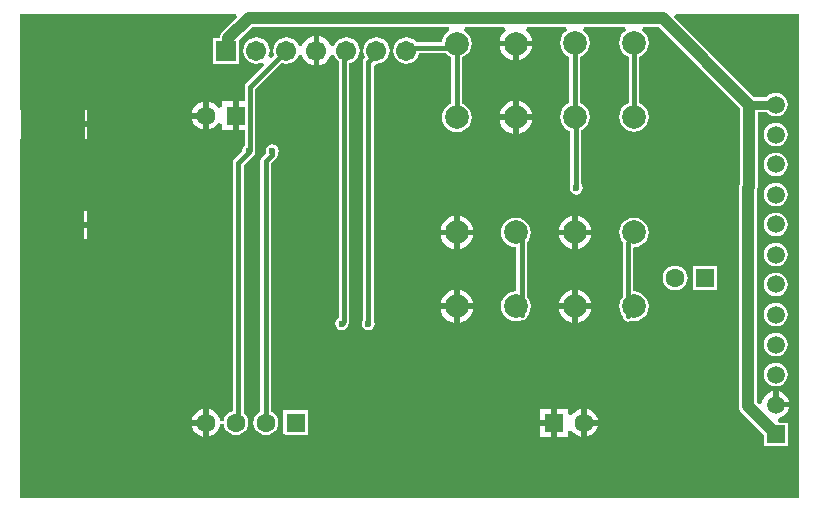
<source format=gbl>
G04*
G04 #@! TF.GenerationSoftware,Altium Limited,Altium Designer,23.0.1 (38)*
G04*
G04 Layer_Physical_Order=2*
G04 Layer_Color=16711680*
%FSLAX42Y42*%
%MOMM*%
G71*
G04*
G04 #@! TF.SameCoordinates,95CDDE1D-1A7E-4F85-AF55-DDA07DA04742*
G04*
G04*
G04 #@! TF.FilePolarity,Positive*
G04*
G01*
G75*
%ADD11C,0.20*%
%ADD19R,4.90X1.60*%
%ADD37C,0.40*%
%ADD38C,0.80*%
%ADD43C,1.71*%
%ADD44R,1.71X1.71*%
%ADD45R,1.50X1.50*%
%ADD46C,1.50*%
%ADD47C,2.00*%
%ADD48R,1.60X1.60*%
%ADD49C,1.60*%
%ADD50C,0.60*%
%ADD51C,1.00*%
%ADD52R,5.53X2.50*%
%ADD53R,5.51X2.53*%
G36*
X6649Y51D02*
X51D01*
Y2242D01*
X308D01*
Y2362D01*
Y2482D01*
X51D01*
Y3092D01*
X308D01*
Y3212D01*
Y3333D01*
X51D01*
Y4149D01*
X1878D01*
X1889Y4121D01*
X1763Y3995D01*
X1751Y3979D01*
X1743Y3961D01*
X1742Y3948D01*
X1690D01*
Y3727D01*
X1910D01*
Y3929D01*
X2019Y4037D01*
X3681D01*
X3687Y4007D01*
X3687Y4007D01*
X3661Y3987D01*
X3641Y3961D01*
X3628Y3930D01*
X3625Y3908D01*
X3409D01*
X3403Y3916D01*
X3380Y3934D01*
X3353Y3945D01*
X3324Y3949D01*
X3295Y3945D01*
X3268Y3934D01*
X3245Y3916D01*
X3227Y3893D01*
X3216Y3866D01*
X3213Y3838D01*
X3216Y3809D01*
X3227Y3782D01*
X3245Y3759D01*
X3268Y3741D01*
X3295Y3730D01*
X3324Y3726D01*
X3353Y3730D01*
X3380Y3741D01*
X3403Y3759D01*
X3421Y3782D01*
X3432Y3809D01*
X3433Y3817D01*
X3655D01*
X3661Y3808D01*
X3687Y3788D01*
X3704Y3781D01*
Y3389D01*
X3687Y3382D01*
X3661Y3362D01*
X3641Y3336D01*
X3628Y3305D01*
X3624Y3272D01*
X3628Y3240D01*
X3641Y3209D01*
X3661Y3183D01*
X3687Y3163D01*
X3717Y3151D01*
X3750Y3146D01*
X3783Y3151D01*
X3813Y3163D01*
X3839Y3183D01*
X3859Y3209D01*
X3872Y3240D01*
X3876Y3272D01*
X3872Y3305D01*
X3859Y3336D01*
X3839Y3362D01*
X3813Y3382D01*
X3796Y3389D01*
Y3781D01*
X3813Y3788D01*
X3839Y3808D01*
X3859Y3834D01*
X3872Y3865D01*
X3876Y3897D01*
X3872Y3930D01*
X3859Y3961D01*
X3839Y3987D01*
X3813Y4007D01*
X3813Y4007D01*
X3819Y4037D01*
X4152D01*
X4163Y4007D01*
X4150Y3997D01*
X4128Y3968D01*
X4114Y3934D01*
X4112Y3922D01*
X4250D01*
X4388D01*
X4386Y3934D01*
X4372Y3968D01*
X4350Y3997D01*
X4337Y4007D01*
X4348Y4037D01*
X4673D01*
X4674Y4034D01*
X4681Y4007D01*
X4661Y3992D01*
X4641Y3966D01*
X4628Y3935D01*
X4624Y3903D01*
X4628Y3870D01*
X4641Y3839D01*
X4661Y3813D01*
X4687Y3793D01*
X4704Y3786D01*
Y3394D01*
X4687Y3387D01*
X4661Y3367D01*
X4641Y3341D01*
X4628Y3310D01*
X4624Y3278D01*
X4628Y3245D01*
X4641Y3214D01*
X4661Y3188D01*
X4687Y3168D01*
X4710Y3159D01*
Y2695D01*
X4706Y2675D01*
X4711Y2654D01*
X4723Y2635D01*
X4741Y2623D01*
X4762Y2619D01*
X4784Y2623D01*
X4802Y2635D01*
X4814Y2654D01*
X4819Y2675D01*
X4814Y2696D01*
X4802Y2715D01*
X4802Y2715D01*
Y3164D01*
X4813Y3168D01*
X4839Y3188D01*
X4859Y3214D01*
X4872Y3245D01*
X4876Y3278D01*
X4872Y3310D01*
X4859Y3341D01*
X4839Y3367D01*
X4813Y3387D01*
X4796Y3394D01*
Y3786D01*
X4813Y3793D01*
X4839Y3813D01*
X4859Y3839D01*
X4872Y3870D01*
X4876Y3903D01*
X4872Y3935D01*
X4859Y3966D01*
X4839Y3992D01*
X4819Y4007D01*
X4826Y4034D01*
X4827Y4037D01*
X5173D01*
X5174Y4034D01*
X5181Y4007D01*
X5161Y3992D01*
X5141Y3966D01*
X5128Y3935D01*
X5124Y3903D01*
X5128Y3870D01*
X5141Y3839D01*
X5161Y3813D01*
X5187Y3793D01*
X5204Y3786D01*
Y3394D01*
X5187Y3387D01*
X5161Y3367D01*
X5141Y3341D01*
X5128Y3310D01*
X5124Y3278D01*
X5128Y3245D01*
X5141Y3214D01*
X5161Y3188D01*
X5187Y3168D01*
X5217Y3156D01*
X5250Y3151D01*
X5283Y3156D01*
X5313Y3168D01*
X5339Y3188D01*
X5359Y3214D01*
X5372Y3245D01*
X5376Y3278D01*
X5372Y3310D01*
X5359Y3341D01*
X5339Y3367D01*
X5313Y3387D01*
X5296Y3394D01*
Y3786D01*
X5313Y3793D01*
X5339Y3813D01*
X5359Y3839D01*
X5372Y3870D01*
X5376Y3903D01*
X5372Y3935D01*
X5359Y3966D01*
X5339Y3992D01*
X5319Y4007D01*
X5326Y4034D01*
X5327Y4037D01*
X5463D01*
X6149Y3350D01*
Y2740D01*
X6149Y2740D01*
X6146Y2720D01*
Y2711D01*
X6139Y2695D01*
X6137Y2675D01*
Y2125D01*
Y825D01*
X6139Y805D01*
X6147Y787D01*
X6159Y772D01*
X6350Y581D01*
Y488D01*
X6550D01*
Y688D01*
X6475D01*
X6474Y688D01*
X6468Y698D01*
X6479Y728D01*
X6482Y730D01*
X6508Y741D01*
X6532Y759D01*
X6550Y784D01*
X6562Y811D01*
X6563Y816D01*
X6450D01*
Y841D01*
X6425D01*
Y954D01*
X6420Y954D01*
X6392Y942D01*
X6368Y924D01*
X6350Y899D01*
X6338Y872D01*
X6336Y855D01*
X6309Y843D01*
X6303Y847D01*
X6288Y862D01*
Y2125D01*
Y2648D01*
X6295Y2665D01*
X6298Y2685D01*
Y2702D01*
X6298Y2703D01*
X6301Y2723D01*
Y3316D01*
X6374D01*
X6379Y3310D01*
X6400Y3294D01*
X6424Y3284D01*
X6450Y3281D01*
X6476Y3284D01*
X6500Y3294D01*
X6521Y3310D01*
X6537Y3331D01*
X6547Y3355D01*
X6551Y3381D01*
X6547Y3408D01*
X6537Y3432D01*
X6521Y3453D01*
X6500Y3469D01*
X6476Y3479D01*
X6450Y3482D01*
X6424Y3479D01*
X6400Y3469D01*
X6379Y3453D01*
X6374Y3447D01*
X6266D01*
X5592Y4121D01*
X5604Y4149D01*
X6649D01*
Y51D01*
D02*
G37*
%LPC*%
G36*
X2537Y3961D02*
X2529Y3960D01*
X2499Y3947D01*
X2472Y3927D01*
X2452Y3901D01*
X2443Y3878D01*
X2416Y3876D01*
X2411Y3877D01*
X2405Y3893D01*
X2387Y3916D01*
X2364Y3934D01*
X2337Y3945D01*
X2308Y3949D01*
X2279Y3945D01*
X2252Y3934D01*
X2229Y3916D01*
X2211Y3893D01*
X2200Y3866D01*
X2197Y3838D01*
X2200Y3809D01*
X2204Y3799D01*
X2180Y3774D01*
X2154Y3791D01*
X2162Y3809D01*
X2165Y3838D01*
X2162Y3866D01*
X2151Y3893D01*
X2133Y3916D01*
X2110Y3934D01*
X2083Y3945D01*
X2054Y3949D01*
X2025Y3945D01*
X1998Y3934D01*
X1975Y3916D01*
X1957Y3893D01*
X1946Y3866D01*
X1943Y3838D01*
X1946Y3809D01*
X1957Y3782D01*
X1975Y3759D01*
X1998Y3741D01*
X2025Y3730D01*
X2054Y3726D01*
X2083Y3730D01*
X2100Y3737D01*
X2117Y3712D01*
X1967Y3561D01*
X1957Y3546D01*
X1953Y3528D01*
Y3408D01*
X1904D01*
Y3287D01*
Y3167D01*
X1953D01*
Y3031D01*
X1948Y3027D01*
X1936Y3009D01*
X1931Y2988D01*
X1932Y2983D01*
X1867Y2917D01*
X1857Y2903D01*
X1853Y2885D01*
Y790D01*
X1852Y790D01*
X1826Y779D01*
X1804Y762D01*
X1787Y740D01*
X1777Y715D01*
X1775Y705D01*
X1775Y700D01*
X1744D01*
X1744Y705D01*
X1742Y719D01*
X1730Y748D01*
X1711Y773D01*
X1686Y792D01*
X1656Y804D01*
X1650Y805D01*
Y688D01*
Y570D01*
X1656Y571D01*
X1686Y583D01*
X1711Y602D01*
X1730Y627D01*
X1742Y656D01*
X1744Y670D01*
X1744Y675D01*
X1775D01*
X1775Y670D01*
X1777Y660D01*
X1787Y635D01*
X1804Y613D01*
X1826Y596D01*
X1852Y585D01*
X1879Y582D01*
X1906Y585D01*
X1932Y596D01*
X1954Y613D01*
X1971Y635D01*
X1981Y660D01*
X1985Y688D01*
X1981Y715D01*
X1971Y740D01*
X1954Y762D01*
X1945Y769D01*
Y2866D01*
X2022Y2943D01*
X2024Y2946D01*
X2027Y2948D01*
X2039Y2966D01*
X2044Y2988D01*
X2044Y2988D01*
X2045Y2994D01*
Y3509D01*
X2269Y3734D01*
X2279Y3730D01*
X2308Y3726D01*
X2337Y3730D01*
X2364Y3741D01*
X2387Y3759D01*
X2405Y3782D01*
X2411Y3798D01*
X2416Y3799D01*
X2443Y3797D01*
X2452Y3774D01*
X2472Y3748D01*
X2499Y3728D01*
X2529Y3715D01*
X2537Y3714D01*
Y3838D01*
Y3961D01*
D02*
G37*
G36*
X4225Y3873D02*
X4112D01*
X4114Y3861D01*
X4128Y3827D01*
X4150Y3798D01*
X4179Y3775D01*
X4213Y3761D01*
X4225Y3760D01*
Y3873D01*
D02*
G37*
G36*
X4388D02*
X4275D01*
Y3760D01*
X4287Y3761D01*
X4321Y3775D01*
X4350Y3798D01*
X4372Y3827D01*
X4386Y3861D01*
X4388Y3873D01*
D02*
G37*
G36*
X1854Y3408D02*
X1759D01*
Y3357D01*
X1732Y3349D01*
X1729Y3349D01*
X1711Y3373D01*
X1686Y3392D01*
X1656Y3404D01*
X1650Y3405D01*
Y3287D01*
Y3170D01*
X1656Y3171D01*
X1686Y3183D01*
X1711Y3202D01*
X1729Y3226D01*
X1732Y3226D01*
X1759Y3218D01*
Y3167D01*
X1854D01*
Y3287D01*
Y3408D01*
D02*
G37*
G36*
X1600Y3405D02*
X1594Y3404D01*
X1564Y3392D01*
X1539Y3373D01*
X1520Y3348D01*
X1508Y3319D01*
X1507Y3312D01*
X1600D01*
Y3405D01*
D02*
G37*
G36*
X4275Y3410D02*
Y3298D01*
X4388D01*
X4386Y3309D01*
X4372Y3343D01*
X4350Y3372D01*
X4321Y3395D01*
X4287Y3409D01*
X4275Y3410D01*
D02*
G37*
G36*
X4225D02*
X4213Y3409D01*
X4179Y3395D01*
X4150Y3372D01*
X4128Y3343D01*
X4114Y3309D01*
X4112Y3298D01*
X4225D01*
Y3410D01*
D02*
G37*
G36*
X618Y3333D02*
X358D01*
Y3238D01*
X618D01*
Y3333D01*
D02*
G37*
G36*
X1600Y3262D02*
X1507D01*
X1508Y3256D01*
X1520Y3227D01*
X1539Y3202D01*
X1564Y3183D01*
X1594Y3171D01*
X1600Y3170D01*
Y3262D01*
D02*
G37*
G36*
X4388Y3248D02*
X4275D01*
Y3135D01*
X4287Y3136D01*
X4321Y3150D01*
X4350Y3173D01*
X4372Y3202D01*
X4386Y3236D01*
X4388Y3248D01*
D02*
G37*
G36*
X4225D02*
X4112D01*
X4114Y3236D01*
X4128Y3202D01*
X4150Y3173D01*
X4179Y3150D01*
X4213Y3136D01*
X4225Y3135D01*
Y3248D01*
D02*
G37*
G36*
X618Y3188D02*
X358D01*
Y3092D01*
X618D01*
Y3188D01*
D02*
G37*
G36*
X6450Y3228D02*
X6424Y3225D01*
X6400Y3215D01*
X6379Y3199D01*
X6363Y3178D01*
X6353Y3154D01*
X6349Y3127D01*
X6353Y3101D01*
X6363Y3077D01*
X6379Y3056D01*
X6400Y3040D01*
X6424Y3030D01*
X6450Y3027D01*
X6476Y3030D01*
X6500Y3040D01*
X6521Y3056D01*
X6537Y3077D01*
X6547Y3101D01*
X6551Y3127D01*
X6547Y3154D01*
X6537Y3178D01*
X6521Y3199D01*
X6500Y3215D01*
X6476Y3225D01*
X6450Y3228D01*
D02*
G37*
G36*
Y2974D02*
X6424Y2971D01*
X6400Y2961D01*
X6379Y2945D01*
X6363Y2924D01*
X6353Y2900D01*
X6349Y2874D01*
X6353Y2847D01*
X6363Y2823D01*
X6379Y2802D01*
X6400Y2786D01*
X6424Y2776D01*
X6450Y2773D01*
X6476Y2776D01*
X6500Y2786D01*
X6521Y2802D01*
X6537Y2823D01*
X6547Y2847D01*
X6551Y2874D01*
X6547Y2900D01*
X6537Y2924D01*
X6521Y2945D01*
X6500Y2961D01*
X6476Y2971D01*
X6450Y2974D01*
D02*
G37*
G36*
Y2720D02*
X6424Y2717D01*
X6400Y2707D01*
X6379Y2691D01*
X6363Y2670D01*
X6353Y2646D01*
X6349Y2619D01*
X6353Y2593D01*
X6363Y2569D01*
X6379Y2548D01*
X6400Y2532D01*
X6424Y2522D01*
X6450Y2519D01*
X6476Y2522D01*
X6500Y2532D01*
X6521Y2548D01*
X6537Y2569D01*
X6547Y2593D01*
X6551Y2619D01*
X6547Y2646D01*
X6537Y2670D01*
X6521Y2691D01*
X6500Y2707D01*
X6476Y2717D01*
X6450Y2720D01*
D02*
G37*
G36*
X618Y2482D02*
X358D01*
Y2388D01*
X618D01*
Y2482D01*
D02*
G37*
G36*
X4775Y2435D02*
Y2323D01*
X4888D01*
X4886Y2334D01*
X4872Y2368D01*
X4850Y2397D01*
X4821Y2420D01*
X4787Y2434D01*
X4775Y2435D01*
D02*
G37*
G36*
X3775D02*
Y2323D01*
X3888D01*
X3886Y2334D01*
X3872Y2368D01*
X3850Y2397D01*
X3821Y2420D01*
X3787Y2434D01*
X3775Y2435D01*
D02*
G37*
G36*
X4725Y2435D02*
X4713Y2434D01*
X4679Y2420D01*
X4650Y2397D01*
X4628Y2368D01*
X4614Y2334D01*
X4612Y2323D01*
X4725D01*
Y2435D01*
D02*
G37*
G36*
X3725D02*
X3713Y2434D01*
X3679Y2420D01*
X3650Y2397D01*
X3628Y2368D01*
X3614Y2334D01*
X3612Y2323D01*
X3725D01*
Y2435D01*
D02*
G37*
G36*
X6450Y2466D02*
X6424Y2463D01*
X6400Y2453D01*
X6379Y2437D01*
X6363Y2416D01*
X6353Y2392D01*
X6349Y2366D01*
X6353Y2339D01*
X6363Y2315D01*
X6379Y2294D01*
X6400Y2278D01*
X6424Y2268D01*
X6450Y2265D01*
X6476Y2268D01*
X6500Y2278D01*
X6521Y2294D01*
X6537Y2315D01*
X6547Y2339D01*
X6551Y2366D01*
X6547Y2392D01*
X6537Y2416D01*
X6521Y2437D01*
X6500Y2453D01*
X6476Y2463D01*
X6450Y2466D01*
D02*
G37*
G36*
X618Y2338D02*
X358D01*
Y2242D01*
X618D01*
Y2338D01*
D02*
G37*
G36*
X4888Y2273D02*
X4775D01*
Y2160D01*
X4787Y2161D01*
X4821Y2175D01*
X4850Y2198D01*
X4872Y2227D01*
X4886Y2261D01*
X4888Y2273D01*
D02*
G37*
G36*
X3888D02*
X3775D01*
Y2160D01*
X3787Y2161D01*
X3821Y2175D01*
X3850Y2198D01*
X3872Y2227D01*
X3886Y2261D01*
X3888Y2273D01*
D02*
G37*
G36*
X4725D02*
X4612D01*
X4614Y2261D01*
X4628Y2227D01*
X4650Y2198D01*
X4679Y2175D01*
X4713Y2161D01*
X4725Y2160D01*
Y2273D01*
D02*
G37*
G36*
X3725D02*
X3612D01*
X3614Y2261D01*
X3628Y2227D01*
X3650Y2198D01*
X3679Y2175D01*
X3713Y2161D01*
X3725Y2160D01*
Y2273D01*
D02*
G37*
G36*
X6450Y2212D02*
X6424Y2209D01*
X6400Y2199D01*
X6379Y2183D01*
X6363Y2162D01*
X6353Y2138D01*
X6349Y2111D01*
X6353Y2085D01*
X6363Y2061D01*
X6379Y2040D01*
X6400Y2024D01*
X6424Y2014D01*
X6450Y2011D01*
X6476Y2014D01*
X6500Y2024D01*
X6521Y2040D01*
X6537Y2061D01*
X6547Y2085D01*
X6551Y2111D01*
X6547Y2138D01*
X6537Y2162D01*
X6521Y2183D01*
X6500Y2199D01*
X6476Y2209D01*
X6450Y2212D01*
D02*
G37*
G36*
X5957Y2017D02*
X5747D01*
Y1808D01*
X5957D01*
Y2017D01*
D02*
G37*
G36*
X5598Y2018D02*
X5571Y2015D01*
X5545Y2004D01*
X5523Y1987D01*
X5506Y1965D01*
X5496Y1940D01*
X5492Y1912D01*
X5496Y1885D01*
X5506Y1860D01*
X5523Y1838D01*
X5545Y1821D01*
X5571Y1810D01*
X5598Y1807D01*
X5625Y1810D01*
X5651Y1821D01*
X5673Y1838D01*
X5690Y1860D01*
X5700Y1885D01*
X5704Y1912D01*
X5700Y1940D01*
X5690Y1965D01*
X5673Y1987D01*
X5651Y2004D01*
X5625Y2015D01*
X5598Y2018D01*
D02*
G37*
G36*
X6450Y1958D02*
X6424Y1955D01*
X6400Y1945D01*
X6379Y1929D01*
X6363Y1908D01*
X6353Y1884D01*
X6349Y1858D01*
X6353Y1831D01*
X6363Y1807D01*
X6379Y1786D01*
X6400Y1770D01*
X6424Y1760D01*
X6450Y1757D01*
X6476Y1760D01*
X6500Y1770D01*
X6521Y1786D01*
X6537Y1807D01*
X6547Y1831D01*
X6551Y1858D01*
X6547Y1884D01*
X6537Y1908D01*
X6521Y1929D01*
X6500Y1945D01*
X6476Y1955D01*
X6450Y1958D01*
D02*
G37*
G36*
X4775Y1810D02*
Y1697D01*
X4888D01*
X4886Y1709D01*
X4872Y1743D01*
X4850Y1772D01*
X4821Y1795D01*
X4787Y1809D01*
X4775Y1810D01*
D02*
G37*
G36*
X3775D02*
Y1697D01*
X3888D01*
X3886Y1709D01*
X3872Y1743D01*
X3850Y1772D01*
X3821Y1795D01*
X3787Y1809D01*
X3775Y1810D01*
D02*
G37*
G36*
X4725Y1810D02*
X4713Y1809D01*
X4679Y1795D01*
X4650Y1772D01*
X4628Y1743D01*
X4614Y1709D01*
X4612Y1697D01*
X4725D01*
Y1810D01*
D02*
G37*
G36*
X3725D02*
X3713Y1809D01*
X3679Y1795D01*
X3650Y1772D01*
X3628Y1743D01*
X3614Y1709D01*
X3612Y1697D01*
X3725D01*
Y1810D01*
D02*
G37*
G36*
X4250Y2424D02*
X4217Y2419D01*
X4187Y2407D01*
X4161Y2387D01*
X4141Y2361D01*
X4128Y2330D01*
X4124Y2298D01*
X4128Y2265D01*
X4141Y2234D01*
X4161Y2208D01*
X4187Y2188D01*
X4217Y2176D01*
X4250Y2171D01*
X4254Y2168D01*
Y1802D01*
X4250Y1799D01*
X4217Y1794D01*
X4187Y1782D01*
X4161Y1762D01*
X4141Y1736D01*
X4128Y1705D01*
X4124Y1673D01*
X4128Y1640D01*
X4141Y1609D01*
X4161Y1583D01*
X4187Y1563D01*
X4217Y1551D01*
X4250Y1546D01*
X4283Y1551D01*
X4294Y1555D01*
X4300Y1554D01*
X4318Y1558D01*
X4332Y1568D01*
X4342Y1582D01*
X4344Y1589D01*
X4359Y1609D01*
X4372Y1640D01*
X4376Y1673D01*
X4372Y1705D01*
X4359Y1736D01*
X4346Y1753D01*
Y2217D01*
X4359Y2234D01*
X4372Y2265D01*
X4376Y2298D01*
X4372Y2330D01*
X4359Y2361D01*
X4339Y2387D01*
X4313Y2407D01*
X4283Y2419D01*
X4250Y2424D01*
D02*
G37*
G36*
X5250D02*
X5217Y2419D01*
X5187Y2407D01*
X5161Y2387D01*
X5141Y2361D01*
X5128Y2330D01*
X5124Y2298D01*
X5128Y2265D01*
X5141Y2234D01*
X5155Y2216D01*
X5154Y2212D01*
Y1753D01*
X5141Y1736D01*
X5128Y1705D01*
X5124Y1673D01*
X5128Y1640D01*
X5141Y1609D01*
X5154Y1592D01*
Y1588D01*
X5158Y1570D01*
X5168Y1555D01*
X5182Y1545D01*
X5200Y1542D01*
X5218Y1545D01*
X5225Y1550D01*
X5250Y1546D01*
X5283Y1551D01*
X5313Y1563D01*
X5339Y1583D01*
X5359Y1609D01*
X5372Y1640D01*
X5376Y1673D01*
X5372Y1705D01*
X5359Y1736D01*
X5339Y1762D01*
X5313Y1782D01*
X5283Y1794D01*
X5250Y1799D01*
X5246Y1802D01*
Y2168D01*
X5250Y2171D01*
X5283Y2176D01*
X5313Y2188D01*
X5339Y2208D01*
X5359Y2234D01*
X5372Y2265D01*
X5376Y2298D01*
X5372Y2330D01*
X5359Y2361D01*
X5339Y2387D01*
X5313Y2407D01*
X5283Y2419D01*
X5250Y2424D01*
D02*
G37*
G36*
X4888Y1647D02*
X4775D01*
Y1535D01*
X4787Y1536D01*
X4821Y1550D01*
X4850Y1573D01*
X4872Y1602D01*
X4886Y1636D01*
X4888Y1647D01*
D02*
G37*
G36*
X3888D02*
X3775D01*
Y1535D01*
X3787Y1536D01*
X3821Y1550D01*
X3850Y1573D01*
X3872Y1602D01*
X3886Y1636D01*
X3888Y1647D01*
D02*
G37*
G36*
X4725D02*
X4612D01*
X4614Y1636D01*
X4628Y1602D01*
X4650Y1573D01*
X4679Y1550D01*
X4713Y1536D01*
X4725Y1535D01*
Y1647D01*
D02*
G37*
G36*
X3725D02*
X3612D01*
X3614Y1636D01*
X3628Y1602D01*
X3650Y1573D01*
X3679Y1550D01*
X3713Y1536D01*
X3725Y1535D01*
Y1647D01*
D02*
G37*
G36*
X6450Y1704D02*
X6424Y1701D01*
X6400Y1691D01*
X6379Y1675D01*
X6363Y1654D01*
X6353Y1630D01*
X6349Y1603D01*
X6353Y1577D01*
X6363Y1553D01*
X6379Y1532D01*
X6400Y1516D01*
X6424Y1506D01*
X6450Y1503D01*
X6476Y1506D01*
X6500Y1516D01*
X6521Y1532D01*
X6537Y1553D01*
X6547Y1577D01*
X6551Y1603D01*
X6547Y1630D01*
X6537Y1654D01*
X6521Y1675D01*
X6500Y1691D01*
X6476Y1701D01*
X6450Y1704D01*
D02*
G37*
G36*
X3070Y3949D02*
X3041Y3945D01*
X3014Y3934D01*
X2991Y3916D01*
X2973Y3893D01*
X2962Y3866D01*
X2959Y3838D01*
X2962Y3809D01*
X2973Y3782D01*
X2968Y3777D01*
X2958Y3762D01*
X2954Y3744D01*
Y1555D01*
X2948Y1546D01*
X2944Y1525D01*
X2948Y1504D01*
X2960Y1485D01*
X2979Y1473D01*
X3000Y1469D01*
X3021Y1473D01*
X3040Y1485D01*
X3052Y1504D01*
X3056Y1525D01*
X3052Y1546D01*
X3046Y1555D01*
Y3699D01*
X3070Y3726D01*
X3099Y3730D01*
X3126Y3741D01*
X3149Y3759D01*
X3167Y3782D01*
X3178Y3809D01*
X3181Y3838D01*
X3178Y3866D01*
X3167Y3893D01*
X3149Y3916D01*
X3126Y3934D01*
X3099Y3945D01*
X3070Y3949D01*
D02*
G37*
G36*
X2587Y3961D02*
Y3838D01*
Y3714D01*
X2595Y3715D01*
X2625Y3728D01*
X2652Y3748D01*
X2672Y3774D01*
X2681Y3797D01*
X2708Y3799D01*
X2713Y3798D01*
X2719Y3782D01*
X2737Y3759D01*
X2750Y3749D01*
Y1574D01*
X2735Y1565D01*
X2723Y1546D01*
X2719Y1525D01*
X2723Y1504D01*
X2735Y1485D01*
X2754Y1473D01*
X2775Y1469D01*
X2796Y1473D01*
X2815Y1485D01*
X2827Y1504D01*
X2829Y1515D01*
X2838Y1528D01*
X2841Y1545D01*
Y3729D01*
X2845Y3730D01*
X2872Y3741D01*
X2895Y3759D01*
X2913Y3782D01*
X2924Y3809D01*
X2927Y3838D01*
X2924Y3866D01*
X2913Y3893D01*
X2895Y3916D01*
X2872Y3934D01*
X2845Y3945D01*
X2816Y3949D01*
X2787Y3945D01*
X2760Y3934D01*
X2737Y3916D01*
X2719Y3893D01*
X2713Y3877D01*
X2708Y3876D01*
X2681Y3878D01*
X2672Y3901D01*
X2652Y3927D01*
X2625Y3947D01*
X2595Y3960D01*
X2587Y3961D01*
D02*
G37*
G36*
X6450Y1450D02*
X6424Y1447D01*
X6400Y1437D01*
X6379Y1421D01*
X6363Y1400D01*
X6353Y1376D01*
X6349Y1349D01*
X6353Y1323D01*
X6363Y1299D01*
X6379Y1278D01*
X6400Y1262D01*
X6424Y1252D01*
X6450Y1249D01*
X6476Y1252D01*
X6500Y1262D01*
X6521Y1278D01*
X6537Y1299D01*
X6547Y1323D01*
X6551Y1349D01*
X6547Y1376D01*
X6537Y1400D01*
X6521Y1421D01*
X6500Y1437D01*
X6476Y1447D01*
X6450Y1450D01*
D02*
G37*
G36*
Y1196D02*
X6424Y1193D01*
X6400Y1183D01*
X6379Y1167D01*
X6363Y1146D01*
X6353Y1122D01*
X6349Y1095D01*
X6353Y1069D01*
X6363Y1045D01*
X6379Y1024D01*
X6400Y1008D01*
X6424Y998D01*
X6450Y995D01*
X6476Y998D01*
X6500Y1008D01*
X6521Y1024D01*
X6537Y1045D01*
X6547Y1069D01*
X6551Y1095D01*
X6547Y1122D01*
X6537Y1146D01*
X6521Y1167D01*
X6500Y1183D01*
X6476Y1193D01*
X6450Y1196D01*
D02*
G37*
G36*
X6475Y954D02*
Y866D01*
X6563D01*
X6562Y872D01*
X6550Y899D01*
X6532Y924D01*
X6508Y942D01*
X6480Y954D01*
X6475Y954D01*
D02*
G37*
G36*
X1600Y805D02*
X1594Y804D01*
X1564Y792D01*
X1539Y773D01*
X1520Y748D01*
X1508Y719D01*
X1507Y713D01*
X1600D01*
Y805D01*
D02*
G37*
G36*
X4850Y805D02*
Y712D01*
X4943D01*
X4942Y719D01*
X4930Y748D01*
X4911Y773D01*
X4886Y792D01*
X4856Y804D01*
X4850Y805D01*
D02*
G37*
G36*
X4546Y807D02*
X4451D01*
Y712D01*
X4546D01*
Y807D01*
D02*
G37*
G36*
X2492Y793D02*
X2282D01*
Y582D01*
X2492D01*
Y793D01*
D02*
G37*
G36*
X2188Y3044D02*
X2166Y3039D01*
X2148Y3027D01*
X2136Y3009D01*
X2131Y2988D01*
X2135Y2970D01*
X2101Y2936D01*
X2091Y2921D01*
X2087Y2903D01*
Y782D01*
X2080Y779D01*
X2058Y762D01*
X2041Y740D01*
X2031Y715D01*
X2027Y688D01*
X2031Y660D01*
X2041Y635D01*
X2058Y613D01*
X2080Y596D01*
X2106Y585D01*
X2133Y582D01*
X2160Y585D01*
X2186Y596D01*
X2208Y613D01*
X2225Y635D01*
X2235Y660D01*
X2239Y688D01*
X2235Y715D01*
X2225Y740D01*
X2208Y762D01*
X2186Y779D01*
X2179Y782D01*
Y2884D01*
X2220Y2925D01*
X2230Y2940D01*
X2233Y2957D01*
X2239Y2966D01*
X2244Y2988D01*
X2239Y3009D01*
X2227Y3027D01*
X2209Y3039D01*
X2188Y3044D01*
D02*
G37*
G36*
X4943Y662D02*
X4850D01*
Y570D01*
X4856Y571D01*
X4886Y583D01*
X4911Y602D01*
X4930Y627D01*
X4942Y656D01*
X4943Y662D01*
D02*
G37*
G36*
X4691Y807D02*
X4596D01*
Y688D01*
Y568D01*
X4691D01*
Y618D01*
X4718Y626D01*
X4721Y626D01*
X4739Y602D01*
X4764Y583D01*
X4794Y571D01*
X4800Y570D01*
Y688D01*
Y805D01*
X4794Y804D01*
X4764Y792D01*
X4739Y773D01*
X4721Y749D01*
X4718Y749D01*
X4691Y757D01*
Y807D01*
D02*
G37*
G36*
X1600Y663D02*
X1507D01*
X1508Y656D01*
X1520Y627D01*
X1539Y602D01*
X1564Y583D01*
X1594Y571D01*
X1600Y570D01*
Y663D01*
D02*
G37*
G36*
X4546Y662D02*
X4451D01*
Y568D01*
X4546D01*
Y662D01*
D02*
G37*
%LPD*%
D11*
X1800Y3838D02*
X1816Y3854D01*
D19*
X333Y3212D02*
D03*
Y2362D02*
D03*
D37*
X4756Y2681D02*
Y3271D01*
Y2681D02*
X4762Y2675D01*
X4750Y3278D02*
X4756Y3271D01*
X4750Y3278D02*
Y3903D01*
X4300Y1600D02*
Y2225D01*
X3324Y3838D02*
X3349Y3862D01*
X3672D02*
X3707Y3897D01*
X3349Y3862D02*
X3672D01*
X3707Y3897D02*
X3750D01*
Y3272D02*
Y3897D01*
X5250Y3278D02*
Y3903D01*
X2188Y2958D02*
Y2988D01*
X2133Y2903D02*
X2188Y2958D01*
X2133Y688D02*
Y2903D01*
X1899Y708D02*
Y2885D01*
X1990Y2976D02*
Y2985D01*
X1999Y2994D02*
Y3528D01*
X1990Y2985D02*
X1999Y2994D01*
X1899Y2885D02*
X1990Y2976D01*
X1999Y3528D02*
X2308Y3838D01*
X3000Y3744D02*
X3070Y3814D01*
Y3838D01*
X3000Y1525D02*
Y3744D01*
X2795Y1545D02*
Y3817D01*
X2775Y1525D02*
X2795Y1545D01*
Y3817D02*
X2816Y3838D01*
X5200Y1588D02*
Y2212D01*
X1879Y688D02*
X1899Y708D01*
D38*
X6225Y3381D02*
X6450D01*
D43*
X3324Y3838D02*
D03*
X3070D02*
D03*
X2816D02*
D03*
X2562D02*
D03*
X2308D02*
D03*
X2054D02*
D03*
D44*
X1800D02*
D03*
D45*
X6450Y588D02*
D03*
D46*
Y3381D02*
D03*
Y3127D02*
D03*
Y2874D02*
D03*
Y2619D02*
D03*
Y2366D02*
D03*
Y2111D02*
D03*
Y1858D02*
D03*
Y1603D02*
D03*
Y1349D02*
D03*
Y1095D02*
D03*
Y841D02*
D03*
D47*
X4750Y3903D02*
D03*
Y3278D02*
D03*
X5250Y3903D02*
D03*
Y3278D02*
D03*
X4250Y3272D02*
D03*
Y3897D02*
D03*
X3750Y3272D02*
D03*
Y3897D02*
D03*
X5250Y1673D02*
D03*
Y2298D02*
D03*
X4750Y1673D02*
D03*
Y2298D02*
D03*
X4250Y1673D02*
D03*
Y2298D02*
D03*
X3750Y1673D02*
D03*
Y2298D02*
D03*
D48*
X5852Y1912D02*
D03*
X1879Y3288D02*
D03*
X4571Y688D02*
D03*
X2387Y688D02*
D03*
D49*
X5598Y1912D02*
D03*
X1625Y3288D02*
D03*
X4825Y688D02*
D03*
X2133Y688D02*
D03*
X1625D02*
D03*
X1879D02*
D03*
D50*
X6150Y3813D02*
D03*
Y313D02*
D03*
X6025Y4063D02*
D03*
Y1563D02*
D03*
X5900Y813D02*
D03*
Y313D02*
D03*
X5775Y4063D02*
D03*
X5650Y3813D02*
D03*
X5775Y1563D02*
D03*
X5650Y813D02*
D03*
Y313D02*
D03*
X5400Y3813D02*
D03*
Y2313D02*
D03*
Y1813D02*
D03*
X5525Y1563D02*
D03*
X5400Y813D02*
D03*
Y313D02*
D03*
X5275Y2063D02*
D03*
X5150Y313D02*
D03*
X4900Y3813D02*
D03*
Y3313D02*
D03*
X5025Y2063D02*
D03*
X4900Y1813D02*
D03*
X5025Y1563D02*
D03*
Y563D02*
D03*
X4900Y313D02*
D03*
X4650Y1813D02*
D03*
Y313D02*
D03*
X4400Y3813D02*
D03*
Y2313D02*
D03*
Y1813D02*
D03*
X4525Y1563D02*
D03*
X4400Y313D02*
D03*
X4150Y1813D02*
D03*
X4275Y563D02*
D03*
X4150Y313D02*
D03*
X3900Y3313D02*
D03*
Y1813D02*
D03*
X4025Y1563D02*
D03*
Y563D02*
D03*
X3900Y313D02*
D03*
X3650Y1813D02*
D03*
X3775Y563D02*
D03*
X3650Y313D02*
D03*
X3525Y3563D02*
D03*
X3400Y3313D02*
D03*
Y1813D02*
D03*
X3525Y1063D02*
D03*
Y563D02*
D03*
X3400Y313D02*
D03*
X3275Y3563D02*
D03*
X3150Y3313D02*
D03*
Y1313D02*
D03*
X3275Y1063D02*
D03*
Y563D02*
D03*
X3150Y313D02*
D03*
X2900Y3313D02*
D03*
Y1313D02*
D03*
X3025Y1063D02*
D03*
Y563D02*
D03*
X2900Y313D02*
D03*
X2650Y3313D02*
D03*
X2775Y563D02*
D03*
X2650Y313D02*
D03*
X2525Y3563D02*
D03*
X2400Y3313D02*
D03*
X2525Y1563D02*
D03*
Y563D02*
D03*
X2400Y313D02*
D03*
X2275Y3563D02*
D03*
Y3063D02*
D03*
Y1563D02*
D03*
Y563D02*
D03*
X2150Y313D02*
D03*
X2025Y563D02*
D03*
X1900Y313D02*
D03*
X1650Y3813D02*
D03*
X1775Y3563D02*
D03*
X1650Y2313D02*
D03*
X1775Y2063D02*
D03*
X1650Y1813D02*
D03*
X1775Y563D02*
D03*
X1650Y313D02*
D03*
X1525Y4063D02*
D03*
Y3563D02*
D03*
Y2563D02*
D03*
X1400Y2313D02*
D03*
X1525Y2063D02*
D03*
X1400Y1813D02*
D03*
Y813D02*
D03*
X1525Y563D02*
D03*
X1400Y313D02*
D03*
X1275Y4063D02*
D03*
X1150Y3813D02*
D03*
X1275Y3563D02*
D03*
X1150Y3313D02*
D03*
X1275Y3063D02*
D03*
X1150Y2313D02*
D03*
X1275Y2063D02*
D03*
X1150Y1813D02*
D03*
X1275Y1563D02*
D03*
X1150Y1313D02*
D03*
Y813D02*
D03*
X1275Y563D02*
D03*
X1150Y313D02*
D03*
X1025Y4063D02*
D03*
X900Y3813D02*
D03*
X1025Y3563D02*
D03*
X900Y3313D02*
D03*
X1025Y3063D02*
D03*
X900Y2313D02*
D03*
X1025Y2063D02*
D03*
X900Y1813D02*
D03*
X1025Y1563D02*
D03*
X900Y1313D02*
D03*
X1025Y1063D02*
D03*
X900Y813D02*
D03*
X1025Y563D02*
D03*
X900Y313D02*
D03*
X775Y4063D02*
D03*
X650Y3813D02*
D03*
X775Y3563D02*
D03*
X650Y3313D02*
D03*
Y2313D02*
D03*
X775Y2063D02*
D03*
X650Y1813D02*
D03*
X775Y1563D02*
D03*
X650Y1313D02*
D03*
X775Y1063D02*
D03*
X650Y813D02*
D03*
X775Y563D02*
D03*
X650Y313D02*
D03*
X794Y2645D02*
D03*
X903Y2633D02*
D03*
X1013D02*
D03*
X1123D02*
D03*
X1223Y2586D02*
D03*
X1333Y2582D02*
D03*
X1351Y2943D02*
D03*
X1241Y2943D02*
D03*
X1134Y2916D02*
D03*
X1024D02*
D03*
X505Y2929D02*
D03*
X395D02*
D03*
X285Y2941D02*
D03*
X175Y2943D02*
D03*
X165Y2632D02*
D03*
X275Y2633D02*
D03*
X384Y2646D02*
D03*
X494D02*
D03*
X604D02*
D03*
X714Y2643D02*
D03*
X4762Y2675D02*
D03*
X2188Y2988D02*
D03*
X1988D02*
D03*
X3000Y1525D02*
D03*
X2775D02*
D03*
X6212Y2675D02*
D03*
Y2125D02*
D03*
D51*
X1988Y4112D02*
X5494D01*
X6225Y3381D01*
X6212Y2675D02*
X6222Y2685D01*
Y2720D01*
X6225Y2723D01*
Y3381D01*
X6212Y2125D02*
Y2675D01*
X1816Y3854D02*
Y3941D01*
X1988Y4112D01*
X6212Y825D02*
Y2125D01*
Y825D02*
X6450Y588D01*
D52*
X324Y2362D02*
D03*
D53*
X327Y3206D02*
D03*
M02*

</source>
